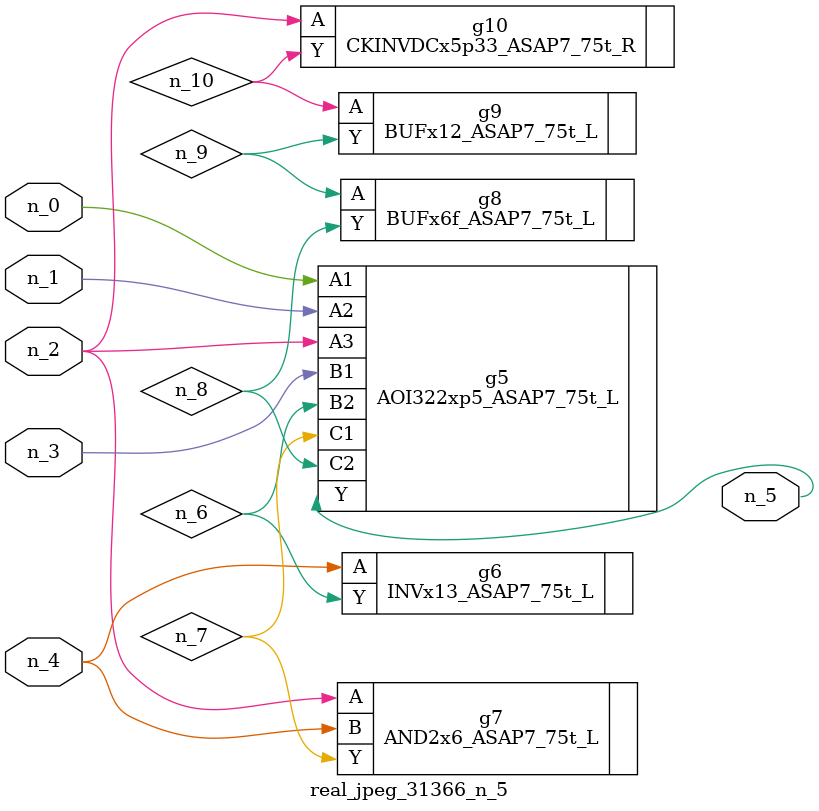
<source format=v>
module real_jpeg_31366_n_5 (n_4, n_0, n_1, n_2, n_3, n_5);

input n_4;
input n_0;
input n_1;
input n_2;
input n_3;

output n_5;

wire n_8;
wire n_6;
wire n_7;
wire n_10;
wire n_9;

AOI322xp5_ASAP7_75t_L g5 ( 
.A1(n_0),
.A2(n_1),
.A3(n_2),
.B1(n_3),
.B2(n_6),
.C1(n_7),
.C2(n_8),
.Y(n_5)
);

AND2x6_ASAP7_75t_L g7 ( 
.A(n_2),
.B(n_4),
.Y(n_7)
);

CKINVDCx5p33_ASAP7_75t_R g10 ( 
.A(n_2),
.Y(n_10)
);

INVx13_ASAP7_75t_L g6 ( 
.A(n_4),
.Y(n_6)
);

BUFx6f_ASAP7_75t_L g8 ( 
.A(n_9),
.Y(n_8)
);

BUFx12_ASAP7_75t_L g9 ( 
.A(n_10),
.Y(n_9)
);


endmodule
</source>
